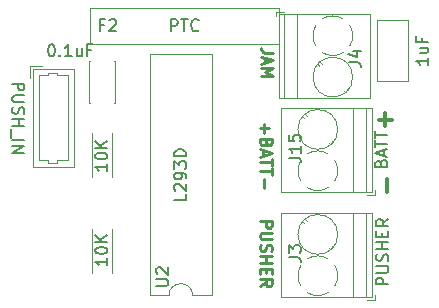
<source format=gto>
G04 #@! TF.FileFunction,Legend,Top*
%FSLAX46Y46*%
G04 Gerber Fmt 4.6, Leading zero omitted, Abs format (unit mm)*
G04 Created by KiCad (PCBNEW 4.0.6) date 06/26/19 15:48:09*
%MOMM*%
%LPD*%
G01*
G04 APERTURE LIST*
%ADD10C,0.100000*%
%ADD11C,0.300000*%
%ADD12C,0.150000*%
%ADD13C,0.250000*%
%ADD14C,0.120000*%
G04 APERTURE END LIST*
D10*
D11*
X214610143Y-65976428D02*
X214610143Y-64833571D01*
X213931572Y-59797143D02*
X215074429Y-59797143D01*
X214503000Y-60368571D02*
X214503000Y-59225714D01*
D12*
X182935619Y-56761429D02*
X183935619Y-56761429D01*
X183935619Y-57142382D01*
X183888000Y-57237620D01*
X183840381Y-57285239D01*
X183745143Y-57332858D01*
X183602286Y-57332858D01*
X183507048Y-57285239D01*
X183459429Y-57237620D01*
X183411810Y-57142382D01*
X183411810Y-56761429D01*
X183935619Y-57761429D02*
X183126095Y-57761429D01*
X183030857Y-57809048D01*
X182983238Y-57856667D01*
X182935619Y-57951905D01*
X182935619Y-58142382D01*
X182983238Y-58237620D01*
X183030857Y-58285239D01*
X183126095Y-58332858D01*
X183935619Y-58332858D01*
X182983238Y-58761429D02*
X182935619Y-58904286D01*
X182935619Y-59142382D01*
X182983238Y-59237620D01*
X183030857Y-59285239D01*
X183126095Y-59332858D01*
X183221333Y-59332858D01*
X183316571Y-59285239D01*
X183364190Y-59237620D01*
X183411810Y-59142382D01*
X183459429Y-58951905D01*
X183507048Y-58856667D01*
X183554667Y-58809048D01*
X183649905Y-58761429D01*
X183745143Y-58761429D01*
X183840381Y-58809048D01*
X183888000Y-58856667D01*
X183935619Y-58951905D01*
X183935619Y-59190001D01*
X183888000Y-59332858D01*
X182935619Y-59761429D02*
X183935619Y-59761429D01*
X183459429Y-59761429D02*
X183459429Y-60332858D01*
X182935619Y-60332858D02*
X183935619Y-60332858D01*
X182840381Y-60570953D02*
X182840381Y-61332858D01*
X182935619Y-61570953D02*
X183935619Y-61570953D01*
X182935619Y-62047143D02*
X183935619Y-62047143D01*
X182935619Y-62618572D01*
X183935619Y-62618572D01*
D13*
X203890619Y-68381905D02*
X204890619Y-68381905D01*
X204890619Y-68762858D01*
X204843000Y-68858096D01*
X204795381Y-68905715D01*
X204700143Y-68953334D01*
X204557286Y-68953334D01*
X204462048Y-68905715D01*
X204414429Y-68858096D01*
X204366810Y-68762858D01*
X204366810Y-68381905D01*
X204890619Y-69381905D02*
X204081095Y-69381905D01*
X203985857Y-69429524D01*
X203938238Y-69477143D01*
X203890619Y-69572381D01*
X203890619Y-69762858D01*
X203938238Y-69858096D01*
X203985857Y-69905715D01*
X204081095Y-69953334D01*
X204890619Y-69953334D01*
X203938238Y-70381905D02*
X203890619Y-70524762D01*
X203890619Y-70762858D01*
X203938238Y-70858096D01*
X203985857Y-70905715D01*
X204081095Y-70953334D01*
X204176333Y-70953334D01*
X204271571Y-70905715D01*
X204319190Y-70858096D01*
X204366810Y-70762858D01*
X204414429Y-70572381D01*
X204462048Y-70477143D01*
X204509667Y-70429524D01*
X204604905Y-70381905D01*
X204700143Y-70381905D01*
X204795381Y-70429524D01*
X204843000Y-70477143D01*
X204890619Y-70572381D01*
X204890619Y-70810477D01*
X204843000Y-70953334D01*
X203890619Y-71381905D02*
X204890619Y-71381905D01*
X204414429Y-71381905D02*
X204414429Y-71953334D01*
X203890619Y-71953334D02*
X204890619Y-71953334D01*
X204414429Y-72429524D02*
X204414429Y-72762858D01*
X203890619Y-72905715D02*
X203890619Y-72429524D01*
X204890619Y-72429524D01*
X204890619Y-72905715D01*
X203890619Y-73905715D02*
X204366810Y-73572381D01*
X203890619Y-73334286D02*
X204890619Y-73334286D01*
X204890619Y-73715239D01*
X204843000Y-73810477D01*
X204795381Y-73858096D01*
X204700143Y-73905715D01*
X204557286Y-73905715D01*
X204462048Y-73858096D01*
X204414429Y-73810477D01*
X204366810Y-73715239D01*
X204366810Y-73334286D01*
X205017619Y-54133858D02*
X204303333Y-54133858D01*
X204160476Y-54086238D01*
X204065238Y-53991000D01*
X204017619Y-53848143D01*
X204017619Y-53752905D01*
X204303333Y-54562429D02*
X204303333Y-55038620D01*
X204017619Y-54467191D02*
X205017619Y-54800524D01*
X204017619Y-55133858D01*
X204017619Y-55467191D02*
X205017619Y-55467191D01*
X204303333Y-55800525D01*
X205017619Y-56133858D01*
X204017619Y-56133858D01*
X204271571Y-60174524D02*
X204271571Y-60936429D01*
X203890619Y-60555477D02*
X204652524Y-60555477D01*
X204414429Y-61745953D02*
X204366810Y-61888810D01*
X204319190Y-61936429D01*
X204223952Y-61984048D01*
X204081095Y-61984048D01*
X203985857Y-61936429D01*
X203938238Y-61888810D01*
X203890619Y-61793572D01*
X203890619Y-61412619D01*
X204890619Y-61412619D01*
X204890619Y-61745953D01*
X204843000Y-61841191D01*
X204795381Y-61888810D01*
X204700143Y-61936429D01*
X204604905Y-61936429D01*
X204509667Y-61888810D01*
X204462048Y-61841191D01*
X204414429Y-61745953D01*
X204414429Y-61412619D01*
X204176333Y-62365000D02*
X204176333Y-62841191D01*
X203890619Y-62269762D02*
X204890619Y-62603095D01*
X203890619Y-62936429D01*
X204890619Y-63126905D02*
X204890619Y-63698334D01*
X203890619Y-63412619D02*
X204890619Y-63412619D01*
X204890619Y-63888810D02*
X204890619Y-64460239D01*
X203890619Y-64174524D02*
X204890619Y-64174524D01*
X204271571Y-64793572D02*
X204271571Y-65555477D01*
D14*
X191358000Y-69045000D02*
X191358000Y-72765000D01*
X189638000Y-69045000D02*
X189638000Y-72765000D01*
X189638000Y-64685000D02*
X189638000Y-60965000D01*
X191358000Y-64685000D02*
X191358000Y-60965000D01*
X216448000Y-51395000D02*
X216448000Y-56515000D01*
X213828000Y-51395000D02*
X213828000Y-56515000D01*
X216448000Y-51395000D02*
X213828000Y-51395000D01*
X216448000Y-56515000D02*
X213828000Y-56515000D01*
X191608000Y-54855000D02*
X191608000Y-58375000D01*
X189388000Y-54855000D02*
X189388000Y-58375000D01*
X191608000Y-54855000D02*
X191494000Y-54855000D01*
X189502000Y-54855000D02*
X189388000Y-54855000D01*
X191608000Y-58375000D02*
X191494000Y-58375000D01*
X189502000Y-58375000D02*
X189388000Y-58375000D01*
X196188000Y-74695000D02*
G75*
G02X198188000Y-74695000I1000000J0D01*
G01*
X198188000Y-74695000D02*
X199838000Y-74695000D01*
X199838000Y-74695000D02*
X199838000Y-54255000D01*
X199838000Y-54255000D02*
X194538000Y-54255000D01*
X194538000Y-54255000D02*
X194538000Y-74695000D01*
X194538000Y-74695000D02*
X196188000Y-74695000D01*
X208633279Y-53595264D02*
G75*
G02X208378000Y-52705000I1424721J890264D01*
G01*
X210948193Y-54130505D02*
G75*
G02X209167000Y-54130000I-890193J1425505D01*
G01*
X211483358Y-51815106D02*
G75*
G02X211498000Y-53571000I-1425358J-889894D01*
G01*
X209168106Y-51279642D02*
G75*
G02X210924000Y-51265000I889894J-1425358D01*
G01*
X208377901Y-52733674D02*
G75*
G02X208618000Y-51839000I1680099J28674D01*
G01*
X211738000Y-56205000D02*
G75*
G03X211738000Y-56205000I-1680000J0D01*
G01*
X205958000Y-50895000D02*
X205958000Y-58015000D01*
X207058000Y-50895000D02*
X207058000Y-58015000D01*
X213218000Y-50895000D02*
X213218000Y-58015000D01*
X205498000Y-50895000D02*
X205498000Y-58015000D01*
X213218000Y-50895000D02*
X205498000Y-50895000D01*
X213218000Y-58015000D02*
X205498000Y-58015000D01*
X211127000Y-57480000D02*
X210999000Y-57351000D01*
X208877000Y-55230000D02*
X208784000Y-55136000D01*
X211333000Y-57275000D02*
X211239000Y-57181000D01*
X209117000Y-55060000D02*
X208989000Y-54931000D01*
X205898000Y-50655000D02*
X205258000Y-50655000D01*
X205258000Y-50655000D02*
X205258000Y-51055000D01*
X188153000Y-55500000D02*
X184653000Y-55500000D01*
X184653000Y-55500000D02*
X184653000Y-63800000D01*
X184653000Y-63800000D02*
X188153000Y-63800000D01*
X188153000Y-63800000D02*
X188153000Y-55500000D01*
X185203000Y-59650000D02*
X185203000Y-56050000D01*
X185203000Y-56050000D02*
X185928000Y-56050000D01*
X185928000Y-56050000D02*
X185928000Y-55850000D01*
X185928000Y-55850000D02*
X186728000Y-55850000D01*
X186728000Y-55850000D02*
X186728000Y-56050000D01*
X186728000Y-56050000D02*
X187603000Y-56050000D01*
X187603000Y-56050000D02*
X187603000Y-59650000D01*
X185203000Y-59650000D02*
X185203000Y-63250000D01*
X185203000Y-63250000D02*
X185928000Y-63250000D01*
X185928000Y-63250000D02*
X185928000Y-63450000D01*
X185928000Y-63450000D02*
X186728000Y-63450000D01*
X186728000Y-63450000D02*
X186728000Y-63250000D01*
X186728000Y-63250000D02*
X187603000Y-63250000D01*
X187603000Y-63250000D02*
X187603000Y-59650000D01*
X184403000Y-55250000D02*
X185403000Y-55250000D01*
X184403000Y-55250000D02*
X184403000Y-56250000D01*
X189498000Y-53365000D02*
X189498000Y-50365000D01*
X205498000Y-53365000D02*
X189498000Y-53365000D01*
X205498000Y-50365000D02*
X205498000Y-53365000D01*
X189498000Y-50365000D02*
X205498000Y-50365000D01*
X210212721Y-63244736D02*
G75*
G02X210468000Y-64135000I-1424721J-890264D01*
G01*
X207897807Y-62709495D02*
G75*
G02X209679000Y-62710000I890193J-1425505D01*
G01*
X207362642Y-65024894D02*
G75*
G02X207348000Y-63269000I1425358J889894D01*
G01*
X209677894Y-65560358D02*
G75*
G02X207922000Y-65575000I-889894J1425358D01*
G01*
X210468099Y-64106326D02*
G75*
G02X210228000Y-65001000I-1680099J-28674D01*
G01*
X210468000Y-60635000D02*
G75*
G03X210468000Y-60635000I-1680000J0D01*
G01*
X212888000Y-65945000D02*
X212888000Y-58825000D01*
X211788000Y-65945000D02*
X211788000Y-58825000D01*
X205628000Y-65945000D02*
X205628000Y-58825000D01*
X213348000Y-65945000D02*
X213348000Y-58825000D01*
X205628000Y-65945000D02*
X213348000Y-65945000D01*
X205628000Y-58825000D02*
X213348000Y-58825000D01*
X207719000Y-59360000D02*
X207847000Y-59489000D01*
X209969000Y-61610000D02*
X210062000Y-61704000D01*
X207513000Y-59565000D02*
X207607000Y-59659000D01*
X209729000Y-61780000D02*
X209857000Y-61909000D01*
X212948000Y-66185000D02*
X213588000Y-66185000D01*
X213588000Y-66185000D02*
X213588000Y-65785000D01*
X210212721Y-72134736D02*
G75*
G02X210468000Y-73025000I-1424721J-890264D01*
G01*
X207897807Y-71599495D02*
G75*
G02X209679000Y-71600000I890193J-1425505D01*
G01*
X207362642Y-73914894D02*
G75*
G02X207348000Y-72159000I1425358J889894D01*
G01*
X209677894Y-74450358D02*
G75*
G02X207922000Y-74465000I-889894J1425358D01*
G01*
X210468099Y-72996326D02*
G75*
G02X210228000Y-73891000I-1680099J-28674D01*
G01*
X210468000Y-69525000D02*
G75*
G03X210468000Y-69525000I-1680000J0D01*
G01*
X212888000Y-74835000D02*
X212888000Y-67715000D01*
X211788000Y-74835000D02*
X211788000Y-67715000D01*
X205628000Y-74835000D02*
X205628000Y-67715000D01*
X213348000Y-74835000D02*
X213348000Y-67715000D01*
X205628000Y-74835000D02*
X213348000Y-74835000D01*
X205628000Y-67715000D02*
X213348000Y-67715000D01*
X207719000Y-68250000D02*
X207847000Y-68379000D01*
X209969000Y-70500000D02*
X210062000Y-70594000D01*
X207513000Y-68455000D02*
X207607000Y-68549000D01*
X209729000Y-70670000D02*
X209857000Y-70799000D01*
X212948000Y-75075000D02*
X213588000Y-75075000D01*
X213588000Y-75075000D02*
X213588000Y-74675000D01*
D12*
X190950381Y-71555476D02*
X190950381Y-72126905D01*
X190950381Y-71841191D02*
X189950381Y-71841191D01*
X190093238Y-71936429D01*
X190188476Y-72031667D01*
X190236095Y-72126905D01*
X189950381Y-70936429D02*
X189950381Y-70841190D01*
X189998000Y-70745952D01*
X190045619Y-70698333D01*
X190140857Y-70650714D01*
X190331333Y-70603095D01*
X190569429Y-70603095D01*
X190759905Y-70650714D01*
X190855143Y-70698333D01*
X190902762Y-70745952D01*
X190950381Y-70841190D01*
X190950381Y-70936429D01*
X190902762Y-71031667D01*
X190855143Y-71079286D01*
X190759905Y-71126905D01*
X190569429Y-71174524D01*
X190331333Y-71174524D01*
X190140857Y-71126905D01*
X190045619Y-71079286D01*
X189998000Y-71031667D01*
X189950381Y-70936429D01*
X190950381Y-70174524D02*
X189950381Y-70174524D01*
X190950381Y-69603095D02*
X190378952Y-70031667D01*
X189950381Y-69603095D02*
X190521810Y-70174524D01*
X190950381Y-63555476D02*
X190950381Y-64126905D01*
X190950381Y-63841191D02*
X189950381Y-63841191D01*
X190093238Y-63936429D01*
X190188476Y-64031667D01*
X190236095Y-64126905D01*
X189950381Y-62936429D02*
X189950381Y-62841190D01*
X189998000Y-62745952D01*
X190045619Y-62698333D01*
X190140857Y-62650714D01*
X190331333Y-62603095D01*
X190569429Y-62603095D01*
X190759905Y-62650714D01*
X190855143Y-62698333D01*
X190902762Y-62745952D01*
X190950381Y-62841190D01*
X190950381Y-62936429D01*
X190902762Y-63031667D01*
X190855143Y-63079286D01*
X190759905Y-63126905D01*
X190569429Y-63174524D01*
X190331333Y-63174524D01*
X190140857Y-63126905D01*
X190045619Y-63079286D01*
X189998000Y-63031667D01*
X189950381Y-62936429D01*
X190950381Y-62174524D02*
X189950381Y-62174524D01*
X190950381Y-61603095D02*
X190378952Y-62031667D01*
X189950381Y-61603095D02*
X190521810Y-62174524D01*
X218130381Y-54570238D02*
X218130381Y-55141667D01*
X218130381Y-54855953D02*
X217130381Y-54855953D01*
X217273238Y-54951191D01*
X217368476Y-55046429D01*
X217416095Y-55141667D01*
X217463714Y-53713095D02*
X218130381Y-53713095D01*
X217463714Y-54141667D02*
X217987524Y-54141667D01*
X218082762Y-54094048D01*
X218130381Y-53998810D01*
X218130381Y-53855952D01*
X218082762Y-53760714D01*
X218035143Y-53713095D01*
X217606571Y-52903571D02*
X217606571Y-53236905D01*
X218130381Y-53236905D02*
X217130381Y-53236905D01*
X217130381Y-52760714D01*
X186190143Y-53427381D02*
X186285382Y-53427381D01*
X186380620Y-53475000D01*
X186428239Y-53522619D01*
X186475858Y-53617857D01*
X186523477Y-53808333D01*
X186523477Y-54046429D01*
X186475858Y-54236905D01*
X186428239Y-54332143D01*
X186380620Y-54379762D01*
X186285382Y-54427381D01*
X186190143Y-54427381D01*
X186094905Y-54379762D01*
X186047286Y-54332143D01*
X185999667Y-54236905D01*
X185952048Y-54046429D01*
X185952048Y-53808333D01*
X185999667Y-53617857D01*
X186047286Y-53522619D01*
X186094905Y-53475000D01*
X186190143Y-53427381D01*
X186952048Y-54332143D02*
X186999667Y-54379762D01*
X186952048Y-54427381D01*
X186904429Y-54379762D01*
X186952048Y-54332143D01*
X186952048Y-54427381D01*
X187952048Y-54427381D02*
X187380619Y-54427381D01*
X187666333Y-54427381D02*
X187666333Y-53427381D01*
X187571095Y-53570238D01*
X187475857Y-53665476D01*
X187380619Y-53713095D01*
X188809191Y-53760714D02*
X188809191Y-54427381D01*
X188380619Y-53760714D02*
X188380619Y-54284524D01*
X188428238Y-54379762D01*
X188523476Y-54427381D01*
X188666334Y-54427381D01*
X188761572Y-54379762D01*
X188809191Y-54332143D01*
X189618715Y-53903571D02*
X189285381Y-53903571D01*
X189285381Y-54427381D02*
X189285381Y-53427381D01*
X189761572Y-53427381D01*
X195116381Y-73872905D02*
X195925905Y-73872905D01*
X196021143Y-73825286D01*
X196068762Y-73777667D01*
X196116381Y-73682429D01*
X196116381Y-73491952D01*
X196068762Y-73396714D01*
X196021143Y-73349095D01*
X195925905Y-73301476D01*
X195116381Y-73301476D01*
X195211619Y-72872905D02*
X195164000Y-72825286D01*
X195116381Y-72730048D01*
X195116381Y-72491952D01*
X195164000Y-72396714D01*
X195211619Y-72349095D01*
X195306857Y-72301476D01*
X195402095Y-72301476D01*
X195544952Y-72349095D01*
X196116381Y-72920524D01*
X196116381Y-72301476D01*
X197640381Y-66094047D02*
X197640381Y-66570238D01*
X196640381Y-66570238D01*
X196735619Y-65808333D02*
X196688000Y-65760714D01*
X196640381Y-65665476D01*
X196640381Y-65427380D01*
X196688000Y-65332142D01*
X196735619Y-65284523D01*
X196830857Y-65236904D01*
X196926095Y-65236904D01*
X197068952Y-65284523D01*
X197640381Y-65855952D01*
X197640381Y-65236904D01*
X197640381Y-64760714D02*
X197640381Y-64570238D01*
X197592762Y-64474999D01*
X197545143Y-64427380D01*
X197402286Y-64332142D01*
X197211810Y-64284523D01*
X196830857Y-64284523D01*
X196735619Y-64332142D01*
X196688000Y-64379761D01*
X196640381Y-64474999D01*
X196640381Y-64665476D01*
X196688000Y-64760714D01*
X196735619Y-64808333D01*
X196830857Y-64855952D01*
X197068952Y-64855952D01*
X197164190Y-64808333D01*
X197211810Y-64760714D01*
X197259429Y-64665476D01*
X197259429Y-64474999D01*
X197211810Y-64379761D01*
X197164190Y-64332142D01*
X197068952Y-64284523D01*
X196640381Y-63951190D02*
X196640381Y-63332142D01*
X197021333Y-63665476D01*
X197021333Y-63522618D01*
X197068952Y-63427380D01*
X197116571Y-63379761D01*
X197211810Y-63332142D01*
X197449905Y-63332142D01*
X197545143Y-63379761D01*
X197592762Y-63427380D01*
X197640381Y-63522618D01*
X197640381Y-63808333D01*
X197592762Y-63903571D01*
X197545143Y-63951190D01*
X197640381Y-62903571D02*
X196640381Y-62903571D01*
X196640381Y-62665476D01*
X196688000Y-62522618D01*
X196783238Y-62427380D01*
X196878476Y-62379761D01*
X197068952Y-62332142D01*
X197211810Y-62332142D01*
X197402286Y-62379761D01*
X197497524Y-62427380D01*
X197592762Y-62522618D01*
X197640381Y-62665476D01*
X197640381Y-62903571D01*
X211415381Y-54943333D02*
X212129667Y-54943333D01*
X212272524Y-54990953D01*
X212367762Y-55086191D01*
X212415381Y-55229048D01*
X212415381Y-55324286D01*
X211748714Y-54038571D02*
X212415381Y-54038571D01*
X211367762Y-54276667D02*
X212082048Y-54514762D01*
X212082048Y-53895714D01*
X190664667Y-51793571D02*
X190331333Y-51793571D01*
X190331333Y-52317381D02*
X190331333Y-51317381D01*
X190807524Y-51317381D01*
X191140857Y-51412619D02*
X191188476Y-51365000D01*
X191283714Y-51317381D01*
X191521810Y-51317381D01*
X191617048Y-51365000D01*
X191664667Y-51412619D01*
X191712286Y-51507857D01*
X191712286Y-51603095D01*
X191664667Y-51745952D01*
X191093238Y-52317381D01*
X191712286Y-52317381D01*
X196355143Y-52317381D02*
X196355143Y-51317381D01*
X196736096Y-51317381D01*
X196831334Y-51365000D01*
X196878953Y-51412619D01*
X196926572Y-51507857D01*
X196926572Y-51650714D01*
X196878953Y-51745952D01*
X196831334Y-51793571D01*
X196736096Y-51841190D01*
X196355143Y-51841190D01*
X197212286Y-51317381D02*
X197783715Y-51317381D01*
X197498000Y-52317381D02*
X197498000Y-51317381D01*
X198688477Y-52222143D02*
X198640858Y-52269762D01*
X198498001Y-52317381D01*
X198402763Y-52317381D01*
X198259905Y-52269762D01*
X198164667Y-52174524D01*
X198117048Y-52079286D01*
X198069429Y-51888810D01*
X198069429Y-51745952D01*
X198117048Y-51555476D01*
X198164667Y-51460238D01*
X198259905Y-51365000D01*
X198402763Y-51317381D01*
X198498001Y-51317381D01*
X198640858Y-51365000D01*
X198688477Y-51412619D01*
X206335381Y-63039523D02*
X207049667Y-63039523D01*
X207192524Y-63087143D01*
X207287762Y-63182381D01*
X207335381Y-63325238D01*
X207335381Y-63420476D01*
X207335381Y-62039523D02*
X207335381Y-62610952D01*
X207335381Y-62325238D02*
X206335381Y-62325238D01*
X206478238Y-62420476D01*
X206573476Y-62515714D01*
X206621095Y-62610952D01*
X206335381Y-61134761D02*
X206335381Y-61610952D01*
X206811571Y-61658571D01*
X206763952Y-61610952D01*
X206716333Y-61515714D01*
X206716333Y-61277618D01*
X206763952Y-61182380D01*
X206811571Y-61134761D01*
X206906810Y-61087142D01*
X207144905Y-61087142D01*
X207240143Y-61134761D01*
X207287762Y-61182380D01*
X207335381Y-61277618D01*
X207335381Y-61515714D01*
X207287762Y-61610952D01*
X207240143Y-61658571D01*
X214126571Y-63500047D02*
X214174190Y-63357190D01*
X214221810Y-63309571D01*
X214317048Y-63261952D01*
X214459905Y-63261952D01*
X214555143Y-63309571D01*
X214602762Y-63357190D01*
X214650381Y-63452428D01*
X214650381Y-63833381D01*
X213650381Y-63833381D01*
X213650381Y-63500047D01*
X213698000Y-63404809D01*
X213745619Y-63357190D01*
X213840857Y-63309571D01*
X213936095Y-63309571D01*
X214031333Y-63357190D01*
X214078952Y-63404809D01*
X214126571Y-63500047D01*
X214126571Y-63833381D01*
X214364667Y-62881000D02*
X214364667Y-62404809D01*
X214650381Y-62976238D02*
X213650381Y-62642905D01*
X214650381Y-62309571D01*
X213650381Y-62119095D02*
X213650381Y-61547666D01*
X214650381Y-61833381D02*
X213650381Y-61833381D01*
X213650381Y-61357190D02*
X213650381Y-60785761D01*
X214650381Y-61071476D02*
X213650381Y-61071476D01*
X206335381Y-71453333D02*
X207049667Y-71453333D01*
X207192524Y-71500953D01*
X207287762Y-71596191D01*
X207335381Y-71739048D01*
X207335381Y-71834286D01*
X206335381Y-71072381D02*
X206335381Y-70453333D01*
X206716333Y-70786667D01*
X206716333Y-70643809D01*
X206763952Y-70548571D01*
X206811571Y-70500952D01*
X206906810Y-70453333D01*
X207144905Y-70453333D01*
X207240143Y-70500952D01*
X207287762Y-70548571D01*
X207335381Y-70643809D01*
X207335381Y-70929524D01*
X207287762Y-71024762D01*
X207240143Y-71072381D01*
X214740381Y-73763095D02*
X213740381Y-73763095D01*
X213740381Y-73382142D01*
X213788000Y-73286904D01*
X213835619Y-73239285D01*
X213930857Y-73191666D01*
X214073714Y-73191666D01*
X214168952Y-73239285D01*
X214216571Y-73286904D01*
X214264190Y-73382142D01*
X214264190Y-73763095D01*
X213740381Y-72763095D02*
X214549905Y-72763095D01*
X214645143Y-72715476D01*
X214692762Y-72667857D01*
X214740381Y-72572619D01*
X214740381Y-72382142D01*
X214692762Y-72286904D01*
X214645143Y-72239285D01*
X214549905Y-72191666D01*
X213740381Y-72191666D01*
X214692762Y-71763095D02*
X214740381Y-71620238D01*
X214740381Y-71382142D01*
X214692762Y-71286904D01*
X214645143Y-71239285D01*
X214549905Y-71191666D01*
X214454667Y-71191666D01*
X214359429Y-71239285D01*
X214311810Y-71286904D01*
X214264190Y-71382142D01*
X214216571Y-71572619D01*
X214168952Y-71667857D01*
X214121333Y-71715476D01*
X214026095Y-71763095D01*
X213930857Y-71763095D01*
X213835619Y-71715476D01*
X213788000Y-71667857D01*
X213740381Y-71572619D01*
X213740381Y-71334523D01*
X213788000Y-71191666D01*
X214740381Y-70763095D02*
X213740381Y-70763095D01*
X214216571Y-70763095D02*
X214216571Y-70191666D01*
X214740381Y-70191666D02*
X213740381Y-70191666D01*
X214216571Y-69715476D02*
X214216571Y-69382142D01*
X214740381Y-69239285D02*
X214740381Y-69715476D01*
X213740381Y-69715476D01*
X213740381Y-69239285D01*
X214740381Y-68239285D02*
X214264190Y-68572619D01*
X214740381Y-68810714D02*
X213740381Y-68810714D01*
X213740381Y-68429761D01*
X213788000Y-68334523D01*
X213835619Y-68286904D01*
X213930857Y-68239285D01*
X214073714Y-68239285D01*
X214168952Y-68286904D01*
X214216571Y-68334523D01*
X214264190Y-68429761D01*
X214264190Y-68810714D01*
M02*

</source>
